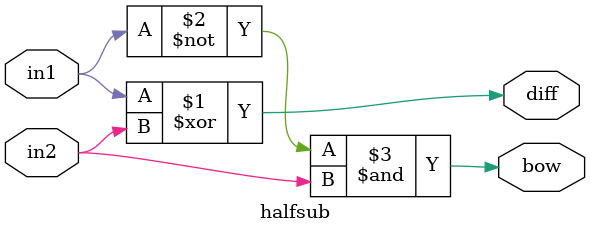
<source format=sv>
module halfsub (
    input logic in1,
    input logic in2,
    output logic diff, // difference
    output logic bow  // borrow
);

assign diff = in1 ^ in2;
assign bow = ~in1 & in2;

    
endmodule
</source>
